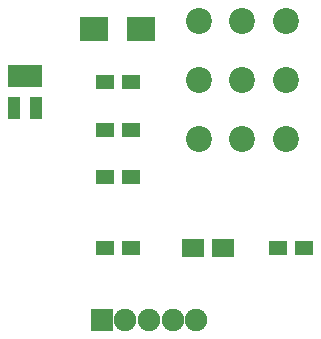
<source format=gts>
%TF.GenerationSoftware,KiCad,Pcbnew,4.0.7*%
%TF.CreationDate,2018-01-11T21:21:08+11:00*%
%TF.ProjectId,MID_STACK,4D49445F535441434B2E6B696361645F,rev?*%
%TF.FileFunction,Soldermask,Top*%
%FSLAX46Y46*%
G04 Gerber Fmt 4.6, Leading zero omitted, Abs format (unit mm)*
G04 Created by KiCad (PCBNEW 4.0.7) date 01/11/18 21:21:08*
%MOMM*%
%LPD*%
G01*
G04 APERTURE LIST*
%ADD10C,0.100000*%
%ADD11C,2.200000*%
%ADD12R,2.400000X2.000000*%
%ADD13R,1.900000X1.650000*%
%ADD14R,1.600000X1.300000*%
%ADD15R,1.050000X1.960000*%
%ADD16R,1.900000X1.900000*%
%ADD17C,1.900000*%
G04 APERTURE END LIST*
D10*
D11*
X170550000Y-65800000D03*
X166900000Y-65800000D03*
X163250000Y-65800000D03*
X170550000Y-70800000D03*
X166900000Y-70800000D03*
X163250000Y-70800000D03*
X163250000Y-75800000D03*
X166900000Y-75800000D03*
X170550000Y-75800000D03*
D12*
X158300000Y-66500000D03*
X154300000Y-66500000D03*
D13*
X165250000Y-85000000D03*
X162750000Y-85000000D03*
D14*
X155300000Y-71000000D03*
X157500000Y-71000000D03*
X157500000Y-75000000D03*
X155300000Y-75000000D03*
X172100000Y-85000000D03*
X169900000Y-85000000D03*
X157500000Y-79000000D03*
X155300000Y-79000000D03*
X155300000Y-85000000D03*
X157500000Y-85000000D03*
D15*
X149450000Y-70450000D03*
X148500000Y-70450000D03*
X147550000Y-70450000D03*
X147550000Y-73150000D03*
X149450000Y-73150000D03*
D16*
X155000000Y-91100000D03*
D17*
X157000000Y-91100000D03*
X159000000Y-91100000D03*
X161000000Y-91100000D03*
X163000000Y-91100000D03*
M02*

</source>
